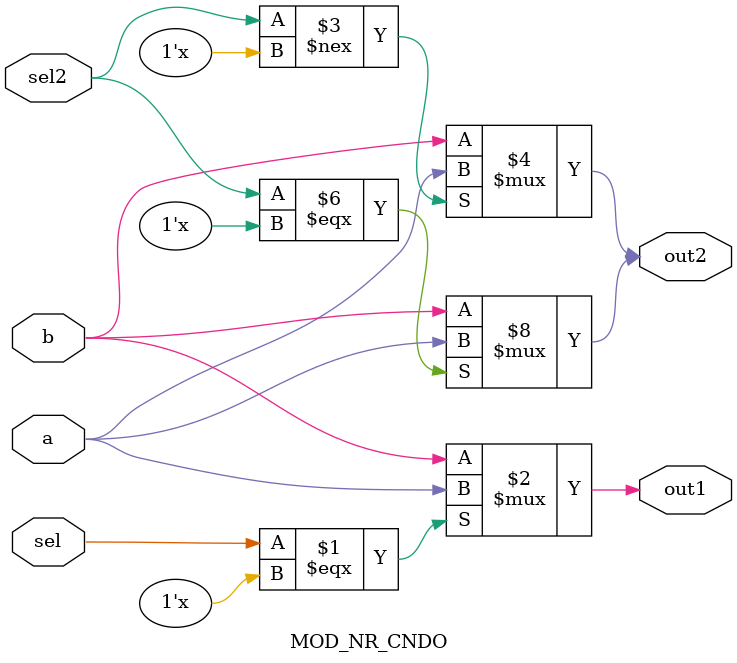
<source format=v>
module MOD_NR_CNDO (a, b, sel, sel2, out1, out2);
   input a;
   input b;
   input sel;
   input sel2;
   output out1;
   output reg out2;
   assign out1 = (sel === 1'bx) ? a : b;
   assign out2 = (sel2 !== 1'bz) ? a : b;
   always@*
   begin
      if(sel2 === 1'bz)
      out2 = a;
      else
      out2 = b;
   end
endmodule

</source>
